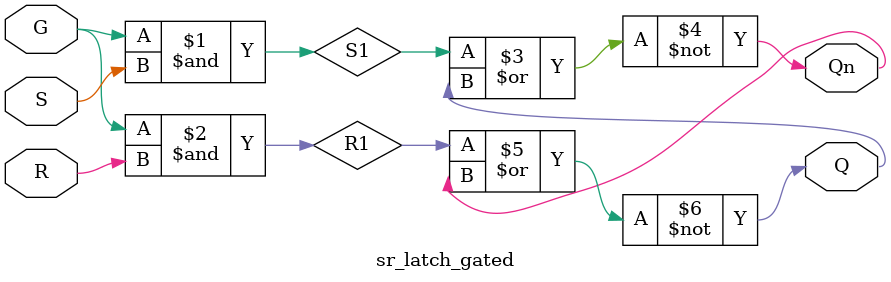
<source format=v>
module dflipflop(D,Clock,Q,Qn);
   output Q,Qn;
   input Clock,D;
   wire Cn;   
   wire Cnn;  
   wire DQ;   
   wire DQn;  
   
   assign Cn = ~Clock;
   assign Cnn = ~Cn;
   d_latch dl(DQ,DQn,Cn,D);
   sr_latch_gated sr(Q,Qn,Cnn,DQ,DQn);   
endmodule 

// D-Latch
module d_latch(Q,Qn,G,D);
   output Q,Qn;
   input G,D;   
   
   wire Dn,D1,Dn1; 
   
   assign Dn=~D;
   assign D1 = G & D;
   assign Dn1 = G & Dn;
   assign Qn = ~(D1|Q);
   assign Q = ~(Dn1|Qn);
endmodule

// SR-Latch
module sr_latch_gated(Q,Qn,G,S,R);
   output Q,Qn;
   input G,S,R;   
   
   wire S1,R1;
 
	assign S1 = G & S;
	assign R1 = G & R;
	assign Qn = ~(S1|Q);
	assign Q = ~(R1|Qn);

endmodule
</source>
